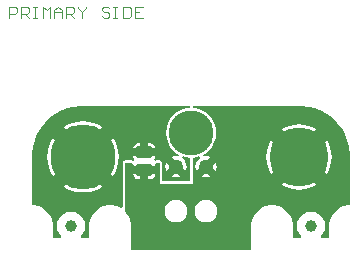
<source format=gtl>
G04*
G04 #@! TF.GenerationSoftware,Altium Limited,Altium Designer,20.2.6 (244)*
G04*
G04 Layer_Physical_Order=1*
G04 Layer_Color=5855741*
%FSLAX25Y25*%
%MOIN*%
G70*
G04*
G04 #@! TF.SameCoordinates,5AE4630F-2555-4F6A-8CD4-AD4B39003086*
G04*
G04*
G04 #@! TF.FilePolarity,Positive*
G04*
G01*
G75*
%ADD11C,0.00394*%
%ADD13C,0.19685*%
G04:AMPARAMS|DCode=14|XSize=51.18mil|YSize=39.37mil|CornerRadius=4.92mil|HoleSize=0mil|Usage=FLASHONLY|Rotation=180.000|XOffset=0mil|YOffset=0mil|HoleType=Round|Shape=RoundedRectangle|*
%AMROUNDEDRECTD14*
21,1,0.05118,0.02953,0,0,180.0*
21,1,0.04134,0.03937,0,0,180.0*
1,1,0.00984,-0.02067,0.01476*
1,1,0.00984,0.02067,0.01476*
1,1,0.00984,0.02067,-0.01476*
1,1,0.00984,-0.02067,-0.01476*
%
%ADD14ROUNDEDRECTD14*%
%ADD22C,0.03937*%
%ADD23C,0.15000*%
%ADD24C,0.05000*%
%ADD25C,0.21654*%
G36*
X842724Y493409D02*
X844876Y492833D01*
X846935Y491980D01*
X848865Y490865D01*
X850633Y489509D01*
X852209Y487933D01*
X853565Y486165D01*
X854680Y484235D01*
X855532Y482176D01*
X856109Y480024D01*
X856400Y477814D01*
X856400Y476700D01*
X856400Y476700D01*
X856400Y476700D01*
X856400Y460700D01*
X855714Y460666D01*
X854368Y460399D01*
X853100Y459874D01*
X851959Y459111D01*
X850989Y458141D01*
X850226Y457000D01*
X849701Y455732D01*
X849434Y454386D01*
X849400Y453700D01*
Y449700D01*
X846881D01*
X846688Y450268D01*
X846770Y450331D01*
X847527Y451318D01*
X848003Y452467D01*
X848165Y453700D01*
X848003Y454933D01*
X847527Y456083D01*
X846770Y457069D01*
X845783Y457827D01*
X844633Y458303D01*
X843400Y458465D01*
X842167Y458303D01*
X841018Y457827D01*
X840031Y457069D01*
X839273Y456083D01*
X838797Y454933D01*
X838635Y453700D01*
X838797Y452467D01*
X839273Y451318D01*
X840031Y450331D01*
X840112Y450268D01*
X839919Y449700D01*
X837400D01*
X837400Y453700D01*
X837366Y454386D01*
X837099Y455732D01*
X836574Y457000D01*
X835811Y458141D01*
X834841Y459111D01*
X833700Y459874D01*
X832432Y460399D01*
X831086Y460666D01*
X830400Y460700D01*
X830400Y460700D01*
X830400Y460700D01*
X829714Y460666D01*
X828368Y460399D01*
X827100Y459874D01*
X825959Y459111D01*
X824989Y458141D01*
X824226Y457000D01*
X823701Y455732D01*
X823434Y454386D01*
X823400Y453700D01*
Y445700D01*
X783400D01*
X783400Y453700D01*
X783367Y454377D01*
X783107Y455706D01*
X782594Y456960D01*
X781851Y458092D01*
X781400Y458599D01*
X781400Y458599D01*
Y474700D01*
X783857Y474700D01*
X784267Y474100D01*
X784212Y473824D01*
Y473597D01*
X787800D01*
X791388D01*
Y473824D01*
X791333Y474100D01*
X791743Y474700D01*
X792900D01*
X792900Y467700D01*
X803900Y467700D01*
Y476422D01*
X805025Y476533D01*
X806074Y476851D01*
X806353Y476308D01*
X805904Y475964D01*
X805343Y475233D01*
X804990Y474381D01*
X804870Y473468D01*
X804990Y472554D01*
X805204Y472039D01*
X807516Y474352D01*
X809829Y476664D01*
X809314Y476878D01*
X808400Y476998D01*
X807662Y476901D01*
X807475Y477481D01*
X808027Y477776D01*
X809289Y478812D01*
X810324Y480073D01*
X811094Y481513D01*
X811567Y483075D01*
X811728Y484700D01*
X811567Y486325D01*
X811094Y487887D01*
X810324Y489327D01*
X809289Y490589D01*
X808027Y491624D01*
X806587Y492394D01*
X805025Y492868D01*
X803900Y492978D01*
Y493700D01*
X839400Y493700D01*
X840514Y493700D01*
X842724Y493409D01*
D02*
G37*
G36*
X803097Y493700D02*
Y492998D01*
X801775Y492868D01*
X800213Y492394D01*
X798773Y491624D01*
X797512Y490589D01*
X796476Y489327D01*
X795706Y487887D01*
X795233Y486325D01*
X795073Y484700D01*
X795233Y483075D01*
X795706Y481513D01*
X796476Y480073D01*
X797512Y478812D01*
X798773Y477776D01*
X799325Y477481D01*
X799138Y476901D01*
X798400Y476998D01*
X797486Y476878D01*
X796971Y476664D01*
X799284Y474352D01*
X801597Y472039D01*
X801810Y472554D01*
X801930Y473468D01*
X801810Y474381D01*
X801457Y475233D01*
X800896Y475964D01*
X800447Y476308D01*
X800726Y476851D01*
X801775Y476533D01*
X803097Y476402D01*
Y468503D01*
X794127Y468503D01*
X793703Y468927D01*
X793703Y474700D01*
X793642Y475007D01*
X793468Y475268D01*
X793207Y475442D01*
X792900Y475503D01*
X791743D01*
X791669Y475488D01*
X791594Y475489D01*
X791517Y475458D01*
X791500Y475455D01*
X791334Y475593D01*
X791103Y475941D01*
X791272Y476194D01*
X791388Y476776D01*
Y477003D01*
X787800D01*
X784212D01*
Y476776D01*
X784328Y476194D01*
X784497Y475941D01*
X784266Y475594D01*
X784100Y475455D01*
X784083Y475458D01*
X784007Y475489D01*
X783931Y475488D01*
X783857Y475503D01*
X781400Y475503D01*
X781093Y475442D01*
X780832Y475268D01*
X780658Y475007D01*
X780597Y474700D01*
Y459910D01*
X780068Y459627D01*
X779700Y459873D01*
X778432Y460399D01*
X777086Y460666D01*
X776400Y460700D01*
X775714Y460666D01*
X774368Y460399D01*
X773100Y459873D01*
X771959Y459111D01*
X770989Y458141D01*
X770227Y457000D01*
X769701Y455732D01*
X769434Y454386D01*
X769400Y453700D01*
Y449700D01*
X766881D01*
X766688Y450268D01*
X766770Y450331D01*
X767527Y451318D01*
X768003Y452467D01*
X768165Y453700D01*
X768003Y454933D01*
X767527Y456083D01*
X766770Y457069D01*
X765783Y457827D01*
X764633Y458303D01*
X763400Y458465D01*
X762167Y458303D01*
X761018Y457827D01*
X760031Y457069D01*
X759273Y456083D01*
X758797Y454933D01*
X758635Y453700D01*
X758797Y452467D01*
X759273Y451318D01*
X760031Y450331D01*
X760112Y450268D01*
X759919Y449700D01*
X757400D01*
Y453700D01*
X757366Y454386D01*
X757099Y455732D01*
X756573Y457000D01*
X755811Y458141D01*
X754841Y459111D01*
X753700Y459873D01*
X752432Y460399D01*
X751086Y460666D01*
X750400Y460700D01*
Y476700D01*
Y477814D01*
X750691Y480024D01*
X751268Y482176D01*
X752120Y484235D01*
X753235Y486165D01*
X754591Y487933D01*
X756167Y489509D01*
X757935Y490865D01*
X759865Y491980D01*
X761924Y492832D01*
X764076Y493409D01*
X766286Y493700D01*
X803097D01*
X803097Y493700D01*
D02*
G37*
%LPC*%
G36*
X839400Y487576D02*
X837699Y487442D01*
X836039Y487044D01*
X834462Y486391D01*
X833708Y485928D01*
X839400Y480236D01*
X845092Y485928D01*
X844338Y486391D01*
X842761Y487044D01*
X841101Y487442D01*
X839400Y487576D01*
D02*
G37*
G36*
X811597Y474896D02*
X810168Y473468D01*
X811597Y472039D01*
X811810Y472554D01*
X811930Y473468D01*
X811810Y474381D01*
X811597Y474896D01*
D02*
G37*
G36*
X848628Y482393D02*
X842936Y476700D01*
X848628Y471007D01*
X849091Y471762D01*
X849744Y473339D01*
X850142Y474999D01*
X850276Y476700D01*
X850142Y478401D01*
X849744Y480061D01*
X849091Y481638D01*
X848628Y482393D01*
D02*
G37*
G36*
X830172Y482393D02*
X829709Y481638D01*
X829056Y480061D01*
X828658Y478401D01*
X828524Y476700D01*
X828658Y474999D01*
X829056Y473339D01*
X829709Y471762D01*
X830172Y471007D01*
X835865Y476700D01*
X830172Y482393D01*
D02*
G37*
G36*
X808400Y471700D02*
X806971Y470271D01*
X807486Y470058D01*
X808400Y469938D01*
X809314Y470058D01*
X809829Y470271D01*
X808400Y471700D01*
D02*
G37*
G36*
X791388Y471097D02*
X789050D01*
Y469350D01*
X789867D01*
X790449Y469465D01*
X790943Y469795D01*
X791272Y470289D01*
X791388Y470871D01*
Y471097D01*
D02*
G37*
G36*
X786550D02*
X784212D01*
Y470871D01*
X784328Y470289D01*
X784657Y469795D01*
X785151Y469465D01*
X785733Y469350D01*
X786550D01*
Y471097D01*
D02*
G37*
G36*
X839400Y473165D02*
X833708Y467472D01*
X834462Y467009D01*
X836039Y466356D01*
X837699Y465958D01*
X839400Y465824D01*
X841101Y465958D01*
X842761Y466356D01*
X844338Y467009D01*
X845093Y467472D01*
X839400Y473165D01*
D02*
G37*
G36*
X808400Y462488D02*
X807411Y462358D01*
X806490Y461976D01*
X805699Y461369D01*
X805092Y460578D01*
X804710Y459656D01*
X804580Y458668D01*
X804710Y457679D01*
X805092Y456758D01*
X805699Y455967D01*
X806490Y455360D01*
X807411Y454978D01*
X808400Y454848D01*
X809389Y454978D01*
X810310Y455360D01*
X811101Y455967D01*
X811708Y456758D01*
X812090Y457679D01*
X812220Y458668D01*
X812090Y459656D01*
X811708Y460578D01*
X811101Y461369D01*
X810310Y461976D01*
X809389Y462358D01*
X808400Y462488D01*
D02*
G37*
G36*
X798400D02*
X797411Y462358D01*
X796490Y461976D01*
X795699Y461369D01*
X795092Y460578D01*
X794710Y459656D01*
X794580Y458668D01*
X794710Y457679D01*
X795092Y456758D01*
X795699Y455967D01*
X796490Y455360D01*
X797411Y454978D01*
X798400Y454848D01*
X799389Y454978D01*
X800310Y455360D01*
X801101Y455967D01*
X801708Y456758D01*
X802090Y457679D01*
X802220Y458668D01*
X802090Y459656D01*
X801708Y460578D01*
X801101Y461369D01*
X800310Y461976D01*
X799389Y462358D01*
X798400Y462488D01*
D02*
G37*
G36*
X767400Y488563D02*
X765544Y488417D01*
X763734Y487983D01*
X762014Y487270D01*
X760992Y486644D01*
X767400Y480236D01*
X773808Y486644D01*
X772786Y487270D01*
X771066Y487983D01*
X769256Y488417D01*
X767400Y488563D01*
D02*
G37*
G36*
X789867Y481250D02*
X789050D01*
Y479503D01*
X791388D01*
Y479729D01*
X791272Y480311D01*
X790943Y480805D01*
X790449Y481135D01*
X789867Y481250D01*
D02*
G37*
G36*
X786550D02*
X785733D01*
X785151Y481135D01*
X784657Y480805D01*
X784328Y480311D01*
X784212Y479729D01*
Y479503D01*
X786550D01*
Y481250D01*
D02*
G37*
G36*
X795203Y474897D02*
X794990Y474381D01*
X794870Y473468D01*
X794990Y472554D01*
X795203Y472039D01*
X796632Y473468D01*
X795203Y474897D01*
D02*
G37*
G36*
X777344Y483108D02*
X770936Y476700D01*
X777344Y470292D01*
X777970Y471314D01*
X778683Y473034D01*
X779117Y474844D01*
X779263Y476700D01*
X779117Y478556D01*
X778683Y480366D01*
X777970Y482086D01*
X777344Y483108D01*
D02*
G37*
G36*
X757456Y483108D02*
X756830Y482086D01*
X756117Y480366D01*
X755683Y478556D01*
X755537Y476700D01*
X755683Y474844D01*
X756117Y473034D01*
X756830Y471314D01*
X757456Y470292D01*
X763865Y476700D01*
X757456Y483108D01*
D02*
G37*
G36*
X798400Y471700D02*
X796971Y470271D01*
X797486Y470058D01*
X798400Y469938D01*
X799314Y470058D01*
X799829Y470271D01*
X798400Y471700D01*
D02*
G37*
G36*
X767400Y473165D02*
X760992Y466756D01*
X762014Y466130D01*
X763734Y465417D01*
X765544Y464983D01*
X767400Y464837D01*
X769256Y464983D01*
X771066Y465417D01*
X772786Y466130D01*
X773808Y466756D01*
X767400Y473165D01*
D02*
G37*
%LPD*%
D11*
X742770Y522890D02*
Y526825D01*
X744738D01*
X745394Y526169D01*
Y524858D01*
X744738Y524202D01*
X742770D01*
X746706Y522890D02*
Y526825D01*
X748674D01*
X749330Y526169D01*
Y524858D01*
X748674Y524202D01*
X746706D01*
X748018D02*
X749330Y522890D01*
X750642Y526825D02*
X751954D01*
X751298D01*
Y522890D01*
X750642D01*
X751954D01*
X753921D02*
Y526825D01*
X755233Y525514D01*
X756545Y526825D01*
Y522890D01*
X757857D02*
Y525514D01*
X759169Y526825D01*
X760481Y525514D01*
Y522890D01*
Y524858D01*
X757857D01*
X761793Y522890D02*
Y526825D01*
X763761D01*
X764417Y526169D01*
Y524858D01*
X763761Y524202D01*
X761793D01*
X763105D02*
X764417Y522890D01*
X765729Y526825D02*
Y526169D01*
X767040Y524858D01*
X768352Y526169D01*
Y526825D01*
X767040Y524858D02*
Y522890D01*
X776224Y526169D02*
X775568Y526825D01*
X774256D01*
X773600Y526169D01*
Y525514D01*
X774256Y524858D01*
X775568D01*
X776224Y524202D01*
Y523546D01*
X775568Y522890D01*
X774256D01*
X773600Y523546D01*
X777536Y526825D02*
X778848D01*
X778192D01*
Y522890D01*
X777536D01*
X778848D01*
X780816Y526825D02*
Y522890D01*
X782784D01*
X783439Y523546D01*
Y526169D01*
X782784Y526825D01*
X780816D01*
X787375D02*
X784751D01*
Y522890D01*
X787375D01*
X784751Y524858D02*
X786063D01*
D13*
X839400Y476700D02*
D03*
D14*
X787800Y478253D02*
D03*
Y472347D02*
D03*
D22*
X763400Y453700D02*
D03*
X843400D02*
D03*
D23*
X803400Y484700D02*
D03*
D24*
X808400Y473468D02*
D03*
X798400D02*
D03*
D25*
X767400Y476700D02*
D03*
M02*

</source>
